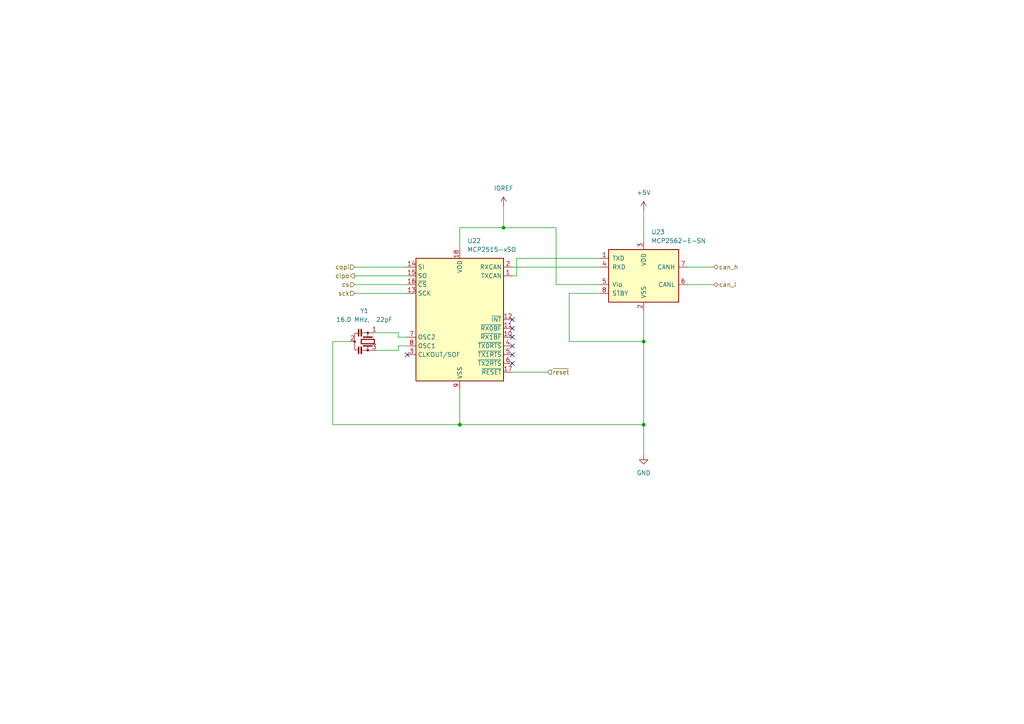
<source format=kicad_sch>
(kicad_sch (version 20231120) (generator "eeschema") (generator_version "8.0")
  (paper "A4")
  (lib_symbols
    (symbol "Device:Resonator_Small" (pin_names (offset 1.016) hide)
      (property "Reference" "Y" (at 3.175 1.905 0))
      (property "Value" "Resonator_Small" (at 3.175 0 0))
      (symbol "Resonator_Small_0_1"
        (rectangle (start -3.556 -2.54) (end -1.524 -2.794) (fill (type outline)))
        (rectangle (start -3.556 -1.778) (end -1.524 -2.032) (fill (type outline)))
        (circle (center -2.54 0) (radius 0.254) (fill (type outline)))
        (rectangle (start -0.635 1.905) (end 0.635 -1.905) (stroke (width 0.3048)))
        (circle (center 0 -3.81) (radius 0.254) (fill (type outline)))
        (polyline (pts (xy -2.54 -1.778) (xy -2.54 0)))
        (polyline (pts (xy -2.54 0) (xy -1.397 0)))
        (polyline (pts (xy -2.54 1.27) (xy -2.54 0)))
        (polyline (pts (xy -1.27 -1.27) (xy -1.27 1.27)) (stroke (width 0.381)))
        (polyline (pts (xy 1.27 -1.27) (xy 1.27 1.27)) (stroke (width 0.381)))
        (polyline (pts (xy 1.27 0) (xy 2.54 0)))
        (polyline (pts (xy 2.54 0) (xy 2.54 -1.778)))
        (polyline (pts (xy 2.54 1.27) (xy 2.54 0)))
        (polyline (pts (xy 2.413 -2.794) (xy 2.413 -3.81) (xy -2.413 -3.81) (xy -2.413 -2.667)))
        (rectangle (start 1.524 -2.54) (end 3.556 -2.794) (fill (type outline)))
        (rectangle (start 1.524 -1.778) (end 3.556 -2.032) (fill (type outline)))
        (circle (center 2.54 0) (radius 0.254) (fill (type outline)))
      )
      (symbol "Resonator_Small_1_1"
        (pin passive line (at -2.54 2.54 270) (length 1.27) (name "1") (number "1"))
        (pin passive line (at 0 -5.08 90) (length 1.27) (name "2") (number "2"))
        (pin passive line (at 2.54 2.54 270) (length 1.27) (name "3") (number "3"))
      )
    )
    (symbol "Interface_CAN_LIN:MCP2515-xSO"
      (property "Reference" "U" (at -10.16 19.685 0))
      (property "Value" "MCP2515-xSO" (at 19.05 20.32 0))
      (symbol "MCP2515-xSO_0_1"
        (rectangle (start -12.7 17.78) (end 12.7 -17.78) (stroke (width 0.254)) (fill (type background)))
      )
      (symbol "MCP2515-xSO_1_1"
        (pin output line (at 15.24 12.7 180) (length 2.54) (name "TXCAN") (number "1"))
        (pin output line (at 15.24 -5.08 180) (length 2.54) (name "~{RX1BF}") (number "10"))
        (pin output line (at 15.24 -2.54 180) (length 2.54) (name "~{RX0BF}") (number "11"))
        (pin output line (at 15.24 0 180) (length 2.54) (name "~{INT}") (number "12"))
        (pin input line (at -15.24 7.62 0) (length 2.54) (name "SCK") (number "13"))
        (pin input line (at -15.24 15.24 0) (length 2.54) (name "SI") (number "14"))
        (pin output line (at -15.24 12.7 0) (length 2.54) (name "SO") (number "15"))
        (pin input line (at -15.24 10.16 0) (length 2.54) (name "~{CS}") (number "16"))
        (pin input line (at 15.24 -15.24 180) (length 2.54) (name "~{RESET}") (number "17"))
        (pin power_in line (at 0 20.32 270) (length 2.54) (name "VDD") (number "18"))
        (pin input line (at 15.24 15.24 180) (length 2.54) (name "RXCAN") (number "2"))
        (pin output line (at -15.24 -10.16 0) (length 2.54) (name "CLKOUT/SOF") (number "3"))
        (pin input line (at 15.24 -7.62 180) (length 2.54) (name "~{TX0RTS}") (number "4"))
        (pin input line (at 15.24 -10.16 180) (length 2.54) (name "~{TX1RTS}") (number "5"))
        (pin input line (at 15.24 -12.7 180) (length 2.54) (name "~{TX2RTS}") (number "6"))
        (pin output line (at -15.24 -5.08 0) (length 2.54) (name "OSC2") (number "7"))
        (pin input line (at -15.24 -7.62 0) (length 2.54) (name "OSC1") (number "8"))
        (pin power_in line (at 0 -20.32 90) (length 2.54) (name "VSS") (number "9"))
      )
    )
    (symbol "Interface_CAN_LIN:MCP2562-E-SN" (pin_names (offset 1.016))
      (property "Reference" "U" (at -10.16 8.89 0))
      (property "Value" "MCP2562-E-SN" (at 2.54 8.89 0))
      (symbol "MCP2562-E-SN_0_1"
        (rectangle (start -10.16 7.62) (end 10.16 -7.62) (stroke (width 0.254)) (fill (type background)))
      )
      (symbol "MCP2562-E-SN_1_1"
        (pin input line (at -12.7 5.08 0) (length 2.54) (name "TXD") (number "1"))
        (pin power_in line (at 0 -10.16 90) (length 2.54) (name "VSS") (number "2"))
        (pin power_in line (at 0 10.16 270) (length 2.54) (name "VDD") (number "3"))
        (pin output line (at -12.7 2.54 0) (length 2.54) (name "RXD") (number "4"))
        (pin power_in line (at -12.7 -2.54 0) (length 2.54) (name "Vio") (number "5"))
        (pin bidirectional line (at 12.7 -2.54 180) (length 2.54) (name "CANL") (number "6"))
        (pin bidirectional line (at 12.7 2.54 180) (length 2.54) (name "CANH") (number "7"))
        (pin input line (at -12.7 -5.08 0) (length 2.54) (name "STBY") (number "8"))
      )
    )
    (symbol "power:+5V" (power) (pin_numbers hide) (pin_names (offset 0) hide)
      (property "Value" "+5V" (at 0 3.556 0))
      (symbol "+5V_0_1"
        (polyline (pts (xy -0.762 1.27) (xy 0 2.54)))
        (polyline (pts (xy 0 0) (xy 0 2.54)))
        (polyline (pts (xy 0 2.54) (xy 0.762 1.27)))
      )
      (symbol "+5V_1_1"
        (pin power_in line (at 0 0 90) (length 0) (name "~") (number "1"))
      )
    )
    (symbol "power:GND" (power) (pin_numbers hide) (pin_names (offset 0) hide)
      (property "Value" "GND" (at 0 -3.81 0))
      (symbol "GND_0_1"
        (polyline (pts (xy 0 0) (xy 0 -1.27) (xy 1.27 -1.27) (xy 0 -2.54) (xy -1.27 -1.27) (xy 0 -1.27)))
      )
      (symbol "GND_1_1"
        (pin power_in line (at 0 0 270) (length 0) (name "~") (number "1"))
      )
    )
  )
  (junction (at 146.05 66.04))
  (junction (at 186.69 99.06))
  (junction (at 133.35 123.19))
  (junction (at 186.69 123.19))
  (no_connect (at 118.11 102.87))
  (no_connect (at 148.59 102.87))
  (no_connect (at 148.59 100.33))
  (no_connect (at 148.59 105.41))
  (no_connect (at 148.59 97.79))
  (no_connect (at 148.59 92.71))
  (no_connect (at 148.59 95.25))
  (wire (pts (xy 102.87 82.55) (xy 118.11 82.55)))
  (wire (pts (xy 146.05 59.69) (xy 146.05 66.04)))
  (wire (pts (xy 96.52 99.06) (xy 96.52 123.19)))
  (wire (pts (xy 115.57 100.33) (xy 115.57 101.6)))
  (wire (pts (xy 133.35 66.04) (xy 146.05 66.04)))
  (wire (pts (xy 186.69 60.96) (xy 186.69 69.85)))
  (wire (pts (xy 186.69 99.06) (xy 186.69 90.17)))
  (wire (pts (xy 102.87 80.01) (xy 118.11 80.01)))
  (wire (pts (xy 207.01 82.55) (xy 199.39 82.55)))
  (wire (pts (xy 186.69 123.19) (xy 186.69 99.06)))
  (wire (pts (xy 149.86 74.93) (xy 149.86 80.01)))
  (wire (pts (xy 165.1 85.09) (xy 173.99 85.09)))
  (wire (pts (xy 148.59 80.01) (xy 149.86 80.01)))
  (wire (pts (xy 115.57 97.79) (xy 118.11 97.79)))
  (wire (pts (xy 109.22 101.6) (xy 115.57 101.6)))
  (wire (pts (xy 158.75 107.95) (xy 148.59 107.95)))
  (wire (pts (xy 101.6 99.06) (xy 96.52 99.06)))
  (wire (pts (xy 173.99 74.93) (xy 149.86 74.93)))
  (wire (pts (xy 161.29 82.55) (xy 173.99 82.55)))
  (wire (pts (xy 161.29 66.04) (xy 161.29 82.55)))
  (wire (pts (xy 96.52 123.19) (xy 133.35 123.19)))
  (wire (pts (xy 186.69 123.19) (xy 133.35 123.19)))
  (wire (pts (xy 115.57 96.52) (xy 115.57 97.79)))
  (wire (pts (xy 118.11 100.33) (xy 115.57 100.33)))
  (wire (pts (xy 102.87 85.09) (xy 118.11 85.09)))
  (wire (pts (xy 133.35 123.19) (xy 133.35 113.03)))
  (wire (pts (xy 207.01 77.47) (xy 199.39 77.47)))
  (wire (pts (xy 102.87 77.47) (xy 118.11 77.47)))
  (wire (pts (xy 165.1 85.09) (xy 165.1 99.06)))
  (wire (pts (xy 186.69 99.06) (xy 165.1 99.06)))
  (wire (pts (xy 148.59 77.47) (xy 173.99 77.47)))
  (wire (pts (xy 109.22 96.52) (xy 115.57 96.52)))
  (wire (pts (xy 146.05 66.04) (xy 161.29 66.04)))
  (wire (pts (xy 186.69 132.08) (xy 186.69 123.19)))
  (wire (pts (xy 133.35 66.04) (xy 133.35 72.39)))
  (hierarchical_label "cipo" (shape output) (at 102.87 80.01 180))
  (hierarchical_label "~{reset}" (shape input) (at 158.75 107.95 0))
  (hierarchical_label "copi" (shape input) (at 102.87 77.47 180))
  (hierarchical_label "cs" (shape input) (at 102.87 82.55 180))
  (hierarchical_label "can_h" (shape bidirectional) (at 207.01 77.47 0))
  (hierarchical_label "can_l" (shape bidirectional) (at 207.01 82.55 0))
  (hierarchical_label "sck" (shape input) (at 102.87 85.09 180))
  (symbol (lib_id "power:GND") (at 186.69 132.08 0) (unit 1)
    (property "Reference" "#PWR052" (effects (hide yes)))
    (property "Value" "GND" (at 186.69 137.16 0))
    (property "Description" "Power symbol creates a global label with name \"GND\" , ground" (effects (hide yes)))
  )
  (symbol (lib_id "Device:Resonator_Small") (at 106.68 99.06 270) (unit 1)
    (property "Reference" "Y1" (at 105.6767 90.17 90))
    (property "Value" "16.0 MHz,  22pF" (at 105.6767 92.71 90))
    (property "Footprint" "Crystal:Crystal_HC49-U-3Pin_Vertical" (effects (hide yes)))
    (property "Description" "Three pin ceramic resonator, small symbol" (effects (hide yes)))
  )
  (symbol (lib_id "power:+5V") (at 146.05 59.69 0) (unit 1)
    (property "Reference" "#PWR050" (effects (hide yes)))
    (property "Value" "IOREF" (at 146.05 54.61 0))
    (property "Description" "Power symbol creates a global label with name \"+5V\"" (effects (hide yes)))
  )
  (symbol (lib_id "Interface_CAN_LIN:MCP2515-xSO") (at 133.35 92.71 0) (unit 1)
    (property "Reference" "U22" (at 135.5441 69.85 0) (effects (justify left)))
    (property "Value" "MCP2515-xSO" (at 135.5441 72.39 0) (effects (justify left)))
    (property "Footprint" "Package_SO:SOIC-18W_7.5x11.6mm_P1.27mm" (effects (hide yes)))
    (property "Datasheet" "http://ww1.microchip.com/downloads/en/DeviceDoc/21801e.pdf" (effects (hide yes)))
    (property "Description" "Stand-Alone CAN Controller with SPI Interface, SOIC-18" (effects (hide yes)))
  )
  (symbol (lib_id "Interface_CAN_LIN:MCP2562-E-SN") (at 186.69 80.01 0) (unit 1)
    (property "Reference" "U23" (at 188.8841 67.31 0) (effects (justify left)))
    (property "Value" "MCP2562-E-SN" (at 188.8841 69.85 0) (effects (justify left)))
    (property "Footprint" "Package_SO:SOIC-8_3.9x4.9mm_P1.27mm" (effects (hide yes)))
    (property "Datasheet" "http://ww1.microchip.com/downloads/en/DeviceDoc/25167A.pdf" (effects (hide yes)))
    (property "Description" "High-Speed CAN Transceiver, 1Mbps, 5V supply, Vio pin, -40C to +125C, SOIC-8" (effects (hide yes)))
  )
  (symbol (lib_id "power:+5V") (at 186.69 60.96 0) (unit 1)
    (property "Reference" "#PWR051" (effects (hide yes)))
    (property "Value" "+5V" (at 186.69 55.88 0))
    (property "Description" "Power symbol creates a global label with name \"+5V\"" (effects (hide yes)))
  )
)
</source>
